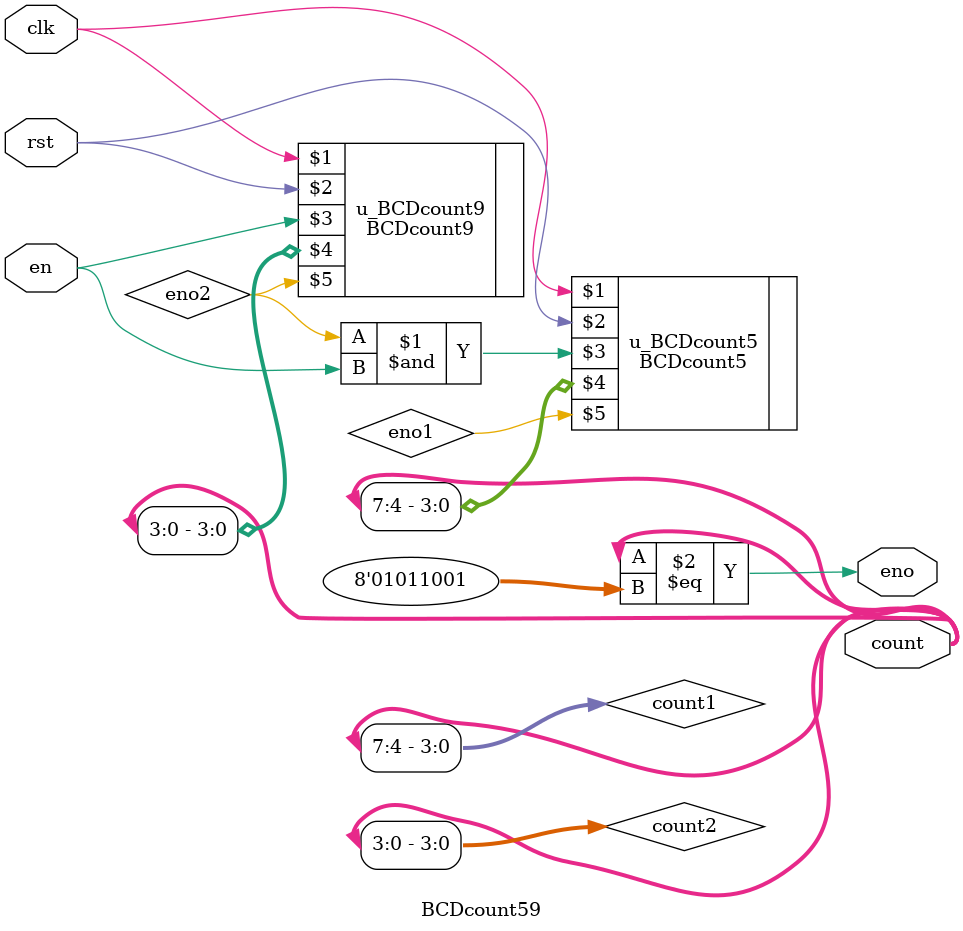
<source format=v>
module BCDcount59(
    input clk,rst,en,
    output [7:0]count,
    output eno
    );
    wire [3:0] count1,count2;
    wire eno2,eno1;
    BCDcount5 u_BCDcount5(clk,rst,eno2&en,count1,eno1);
    BCDcount9 u_BCDcount9(clk,rst,en,count2,eno2);
    assign count={count1,count2};
    assign eno=(count==16'h59);
endmodule
</source>
